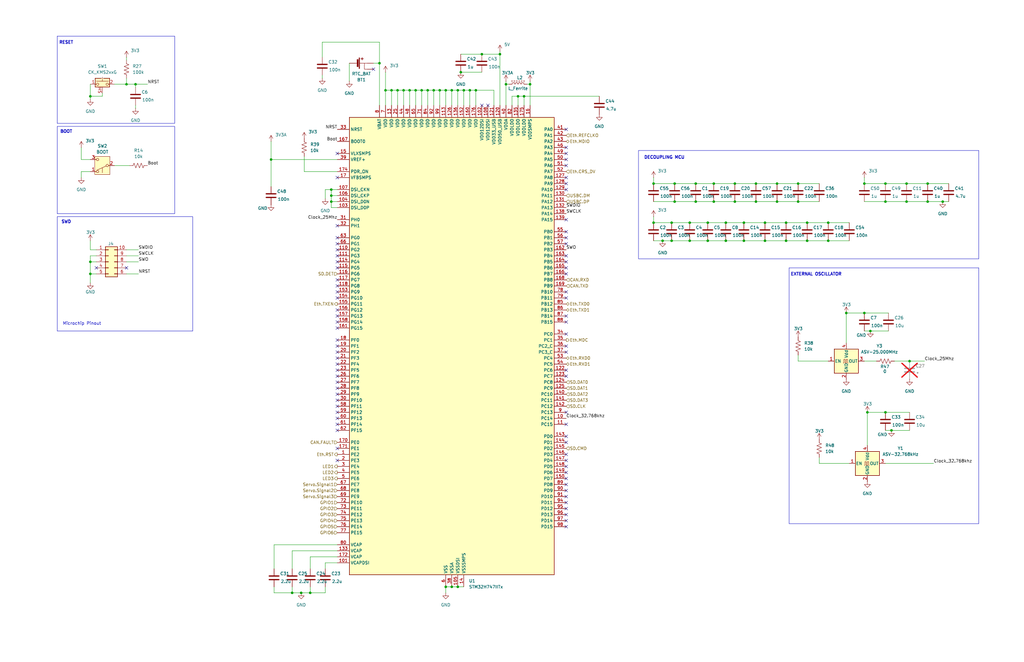
<source format=kicad_sch>
(kicad_sch (version 20250114) (generator "eeschema") (generator_version "9.0")
  (paper "B")
  (rectangle (start 332.74 113.03) (end 412.75 220.98))
  (rectangle (start 269.24 63.5) (end 412.75 109.22))
  (rectangle (start 24.13 53.34) (end 73.66 90.17))
  (rectangle (start 24.13 91.44) (end 81.28 139.7))
  (rectangle (start 24.13 15.24) (end 73.66 52.07))
  (text "BOOT\n" (at 27.94 55.626 0) (effects (font (size 1.27 1.27) (thickness 0.254) (bold yes))))
  (text "EXTERNAL OSCILLATOR" (at 344.17 115.824 0) (effects (font (size 1.27 1.27) (thickness 0.254) (bold yes))))
  (text "RESET\n" (at 27.94 18.034 0) (effects (font (size 1.27 1.27) (thickness 0.254) (bold yes))))
  (text "SWD" (at 27.94 93.726 0) (effects (font (size 1.27 1.27) (thickness 0.254) (bold yes))))
  (text "DECOUPLING MCU" (at 280.162 66.548 0) (effects (font (size 1.27 1.27) (thickness 0.254) (bold yes))))
  (text "Microchip Pinout" (at 34.544 136.652 0) (effects (font (size 1.27 1.27))))
  (junction (at 130.81 250.19))
  (junction (at 382.27 77.47))
  (junction (at 336.55 77.47))
  (junction (at 275.59 93.98))
  (junction (at 327.66 77.47))
  (junction (at 57.15 35.56))
  (junction (at 391.16 85.09))
  (junction (at 190.5 247.65))
  (junction (at 293.37 77.47))
  (junction (at 298.45 101.6))
  (junction (at 293.37 85.09))
  (junction (at 193.04 247.65))
  (junction (at 185.42 38.1))
  (junction (at 300.99 77.47))
  (junction (at 123.19 250.19))
  (junction (at 194.31 30.48))
  (junction (at 38.1 115.57))
  (junction (at 306.07 93.98))
  (junction (at 195.58 38.1))
  (junction (at 309.88 85.09))
  (junction (at 290.83 101.6))
  (junction (at 327.66 85.09))
  (junction (at 331.47 93.98))
  (junction (at 170.18 38.1))
  (junction (at 318.77 77.47))
  (junction (at 349.25 93.98))
  (junction (at 331.47 101.6))
  (junction (at 139.7 80.01))
  (junction (at 160.02 26.67))
  (junction (at 38.1 40.64))
  (junction (at 365.76 173.99))
  (junction (at 306.07 101.6))
  (junction (at 177.8 38.1))
  (junction (at 190.5 38.1))
  (junction (at 340.36 101.6))
  (junction (at 218.44 40.64))
  (junction (at 298.45 93.98))
  (junction (at 382.27 85.09))
  (junction (at 300.99 85.09))
  (junction (at 364.49 132.08))
  (junction (at 187.96 247.65))
  (junction (at 373.38 173.99))
  (junction (at 364.49 77.47))
  (junction (at 356.87 132.08))
  (junction (at 198.12 38.1))
  (junction (at 367.03 139.7))
  (junction (at 373.38 85.09))
  (junction (at 175.26 38.1))
  (junction (at 336.55 85.09))
  (junction (at 162.56 38.1))
  (junction (at 349.25 101.6))
  (junction (at 279.4 101.6))
  (junction (at 375.92 181.61))
  (junction (at 290.83 93.98))
  (junction (at 53.34 35.56))
  (junction (at 284.48 85.09))
  (junction (at 213.36 35.56))
  (junction (at 193.04 38.1))
  (junction (at 275.59 77.47))
  (junction (at 283.21 93.98))
  (junction (at 200.66 38.1))
  (junction (at 283.21 101.6))
  (junction (at 284.48 77.47))
  (junction (at 223.52 35.56))
  (junction (at 187.96 38.1))
  (junction (at 38.1 110.49))
  (junction (at 373.38 77.47))
  (junction (at 180.34 38.1))
  (junction (at 313.69 101.6))
  (junction (at 165.1 38.1))
  (junction (at 127 250.19))
  (junction (at 139.7 85.09))
  (junction (at 172.72 38.1))
  (junction (at 397.51 85.09))
  (junction (at 203.2 22.86))
  (junction (at 167.64 38.1))
  (junction (at 322.58 101.6))
  (junction (at 383.54 152.4))
  (junction (at 340.36 93.98))
  (junction (at 322.58 93.98))
  (junction (at 313.69 93.98))
  (junction (at 182.88 38.1))
  (junction (at 220.98 40.64))
  (junction (at 318.77 85.09))
  (junction (at 114.3 67.31))
  (junction (at 309.88 77.47))
  (junction (at 210.82 22.86))
  (junction (at 391.16 77.47))
  (junction (at 139.7 82.55))
  (no_connect (at 142.24 135.89))
  (no_connect (at 238.76 113.03))
  (no_connect (at 238.76 69.85))
  (no_connect (at 238.76 148.59))
  (no_connect (at 238.76 77.47))
  (no_connect (at 53.34 113.03))
  (no_connect (at 142.24 181.61))
  (no_connect (at 238.76 158.75))
  (no_connect (at 238.76 156.21))
  (no_connect (at 238.76 97.79))
  (no_connect (at 238.76 74.93))
  (no_connect (at 142.24 123.19))
  (no_connect (at 238.76 110.49))
  (no_connect (at 142.24 171.45))
  (no_connect (at 142.24 176.53))
  (no_connect (at 238.76 133.35))
  (no_connect (at 238.76 80.01))
  (no_connect (at 142.24 179.07))
  (no_connect (at 142.24 130.81))
  (no_connect (at 205.74 44.45))
  (no_connect (at 238.76 194.31))
  (no_connect (at 238.76 207.01))
  (no_connect (at 142.24 146.05))
  (no_connect (at 238.76 212.09))
  (no_connect (at 142.24 110.49))
  (no_connect (at 142.24 151.13))
  (no_connect (at 40.64 113.03))
  (no_connect (at 238.76 123.19))
  (no_connect (at 142.24 113.03))
  (no_connect (at 142.24 133.35))
  (no_connect (at 142.24 153.67))
  (no_connect (at 142.24 158.75))
  (no_connect (at 238.76 140.97))
  (no_connect (at 238.76 191.77))
  (no_connect (at 238.76 209.55))
  (no_connect (at 142.24 138.43))
  (no_connect (at 238.76 204.47))
  (no_connect (at 238.76 214.63))
  (no_connect (at 142.24 120.65))
  (no_connect (at 142.24 194.31))
  (no_connect (at 238.76 67.31))
  (no_connect (at 238.76 125.73))
  (no_connect (at 142.24 100.33))
  (no_connect (at 238.76 92.71))
  (no_connect (at 142.24 156.21))
  (no_connect (at 142.24 105.41))
  (no_connect (at 142.24 143.51))
  (no_connect (at 238.76 107.95))
  (no_connect (at 238.76 179.07))
  (no_connect (at 142.24 107.95))
  (no_connect (at 238.76 54.61))
  (no_connect (at 238.76 222.25))
  (no_connect (at 238.76 217.17))
  (no_connect (at 238.76 173.99))
  (no_connect (at 238.76 115.57))
  (no_connect (at 238.76 219.71))
  (no_connect (at 142.24 161.29))
  (no_connect (at 142.24 163.83))
  (no_connect (at 238.76 135.89))
  (no_connect (at 142.24 118.11))
  (no_connect (at 238.76 62.23))
  (no_connect (at 142.24 173.99))
  (no_connect (at 142.24 189.23))
  (no_connect (at 203.2 44.45))
  (no_connect (at 238.76 100.33))
  (no_connect (at 142.24 125.73))
  (no_connect (at 142.24 148.59))
  (no_connect (at 238.76 64.77))
  (no_connect (at 157.48 29.21))
  (no_connect (at 142.24 64.77))
  (no_connect (at 142.24 95.25))
  (no_connect (at 142.24 74.93))
  (no_connect (at 238.76 199.39))
  (no_connect (at 238.76 201.93))
  (no_connect (at 238.76 184.15))
  (no_connect (at 142.24 102.87))
  (no_connect (at 238.76 146.05))
  (no_connect (at 238.76 186.69))
  (no_connect (at 238.76 196.85))
  (no_connect (at 238.76 102.87))
  (no_connect (at 142.24 168.91))
  (no_connect (at 142.24 166.37))
  (wire (pts (xy 123.19 232.41) (xy 142.24 232.41)))
  (wire (pts (xy 130.81 250.19) (xy 137.16 250.19)))
  (wire (pts (xy 349.25 93.98) (xy 358.14 93.98)))
  (wire (pts (xy 306.07 101.6) (xy 298.45 101.6)))
  (wire (pts (xy 57.15 44.45) (xy 57.15 45.72)))
  (wire (pts (xy 182.88 38.1) (xy 182.88 44.45)))
  (wire (pts (xy 137.16 83.82) (xy 137.16 80.01)))
  (wire (pts (xy 336.55 77.47) (xy 345.44 77.47)))
  (wire (pts (xy 128.27 66.04) (xy 128.27 72.39)))
  (wire (pts (xy 200.66 38.1) (xy 198.12 38.1)))
  (wire (pts (xy 165.1 38.1) (xy 165.1 44.45)))
  (wire (pts (xy 220.98 40.64) (xy 220.98 44.45)))
  (wire (pts (xy 313.69 101.6) (xy 322.58 101.6)))
  (wire (pts (xy 43.18 39.37) (xy 43.18 40.64)))
  (wire (pts (xy 336.55 149.86) (xy 336.55 152.4)))
  (wire (pts (xy 165.1 38.1) (xy 162.56 38.1)))
  (wire (pts (xy 331.47 101.6) (xy 340.36 101.6)))
  (wire (pts (xy 38.1 107.95) (xy 40.64 107.95)))
  (wire (pts (xy 38.1 107.95) (xy 38.1 110.49)))
  (wire (pts (xy 142.24 80.01) (xy 139.7 80.01)))
  (wire (pts (xy 187.96 38.1) (xy 187.96 44.45)))
  (wire (pts (xy 162.56 30.48) (xy 162.56 38.1)))
  (wire (pts (xy 331.47 93.98) (xy 340.36 93.98)))
  (wire (pts (xy 322.58 93.98) (xy 331.47 93.98)))
  (wire (pts (xy 210.82 21.59) (xy 210.82 22.86)))
  (wire (pts (xy 356.87 132.08) (xy 364.49 132.08)))
  (wire (pts (xy 53.34 33.02) (xy 53.34 35.56)))
  (wire (pts (xy 397.51 85.09) (xy 400.05 85.09)))
  (wire (pts (xy 345.44 195.58) (xy 358.14 195.58)))
  (wire (pts (xy 284.48 77.47) (xy 293.37 77.47)))
  (wire (pts (xy 318.77 77.47) (xy 327.66 77.47)))
  (wire (pts (xy 53.34 24.13) (xy 53.34 25.4)))
  (wire (pts (xy 195.58 38.1) (xy 195.58 44.45)))
  (wire (pts (xy 115.57 247.65) (xy 115.57 250.19)))
  (wire (pts (xy 123.19 240.03) (xy 123.19 232.41)))
  (wire (pts (xy 139.7 80.01) (xy 139.7 82.55)))
  (wire (pts (xy 203.2 22.86) (xy 210.82 22.86)))
  (wire (pts (xy 190.5 38.1) (xy 190.5 44.45)))
  (wire (pts (xy 135.89 31.75) (xy 135.89 33.02)))
  (wire (pts (xy 373.38 77.47) (xy 364.49 77.47)))
  (wire (pts (xy 38.1 40.64) (xy 38.1 41.91)))
  (wire (pts (xy 38.1 110.49) (xy 38.1 115.57)))
  (wire (pts (xy 53.34 115.57) (xy 58.42 115.57)))
  (wire (pts (xy 373.38 173.99) (xy 383.54 173.99)))
  (wire (pts (xy 213.36 34.29) (xy 213.36 35.56)))
  (wire (pts (xy 365.76 173.99) (xy 365.76 187.96)))
  (wire (pts (xy 345.44 193.04) (xy 345.44 195.58)))
  (wire (pts (xy 48.26 35.56) (xy 53.34 35.56)))
  (wire (pts (xy 377.19 152.4) (xy 383.54 152.4)))
  (wire (pts (xy 275.59 85.09) (xy 284.48 85.09)))
  (wire (pts (xy 223.52 35.56) (xy 223.52 44.45)))
  (wire (pts (xy 187.96 247.65) (xy 190.5 247.65)))
  (wire (pts (xy 193.04 247.65) (xy 195.58 247.65)))
  (wire (pts (xy 175.26 38.1) (xy 175.26 44.45)))
  (wire (pts (xy 306.07 93.98) (xy 313.69 93.98)))
  (wire (pts (xy 298.45 93.98) (xy 306.07 93.98)))
  (wire (pts (xy 167.64 38.1) (xy 167.64 44.45)))
  (wire (pts (xy 327.66 85.09) (xy 336.55 85.09)))
  (wire (pts (xy 137.16 247.65) (xy 137.16 250.19)))
  (wire (pts (xy 162.56 38.1) (xy 162.56 44.45)))
  (wire (pts (xy 340.36 93.98) (xy 349.25 93.98)))
  (wire (pts (xy 193.04 38.1) (xy 193.04 44.45)))
  (wire (pts (xy 139.7 85.09) (xy 139.7 87.63)))
  (wire (pts (xy 139.7 85.09) (xy 142.24 85.09)))
  (wire (pts (xy 313.69 101.6) (xy 306.07 101.6)))
  (wire (pts (xy 123.19 247.65) (xy 123.19 250.19)))
  (wire (pts (xy 309.88 85.09) (xy 318.77 85.09)))
  (wire (pts (xy 185.42 38.1) (xy 182.88 38.1)))
  (wire (pts (xy 115.57 229.87) (xy 142.24 229.87)))
  (wire (pts (xy 275.59 77.47) (xy 284.48 77.47)))
  (wire (pts (xy 135.89 17.78) (xy 160.02 17.78)))
  (wire (pts (xy 223.52 34.29) (xy 223.52 35.56)))
  (wire (pts (xy 364.49 132.08) (xy 374.65 132.08)))
  (wire (pts (xy 34.29 72.39) (xy 34.29 74.93)))
  (wire (pts (xy 364.49 152.4) (xy 369.57 152.4)))
  (wire (pts (xy 382.27 77.47) (xy 373.38 77.47)))
  (wire (pts (xy 187.96 38.1) (xy 185.42 38.1)))
  (wire (pts (xy 38.1 101.6) (xy 38.1 105.41)))
  (wire (pts (xy 127 250.19) (xy 130.81 250.19)))
  (wire (pts (xy 160.02 26.67) (xy 160.02 44.45)))
  (wire (pts (xy 356.87 132.08) (xy 356.87 144.78)))
  (wire (pts (xy 139.7 82.55) (xy 139.7 85.09)))
  (wire (pts (xy 200.66 44.45) (xy 200.66 38.1)))
  (wire (pts (xy 382.27 85.09) (xy 391.16 85.09)))
  (wire (pts (xy 383.54 152.4) (xy 389.89 152.4)))
  (wire (pts (xy 193.04 38.1) (xy 190.5 38.1)))
  (wire (pts (xy 130.81 247.65) (xy 130.81 250.19)))
  (wire (pts (xy 331.47 101.6) (xy 322.58 101.6)))
  (wire (pts (xy 293.37 77.47) (xy 300.99 77.47)))
  (wire (pts (xy 175.26 38.1) (xy 172.72 38.1)))
  (wire (pts (xy 190.5 247.65) (xy 193.04 247.65)))
  (wire (pts (xy 309.88 77.47) (xy 318.77 77.47)))
  (wire (pts (xy 391.16 77.47) (xy 382.27 77.47)))
  (wire (pts (xy 53.34 110.49) (xy 58.42 110.49)))
  (wire (pts (xy 130.81 234.95) (xy 130.81 240.03)))
  (wire (pts (xy 139.7 87.63) (xy 142.24 87.63)))
  (wire (pts (xy 349.25 101.6) (xy 340.36 101.6)))
  (wire (pts (xy 38.1 119.38) (xy 38.1 115.57)))
  (wire (pts (xy 373.38 85.09) (xy 382.27 85.09)))
  (wire (pts (xy 283.21 101.6) (xy 279.4 101.6)))
  (wire (pts (xy 114.3 59.69) (xy 114.3 67.31)))
  (wire (pts (xy 373.38 181.61) (xy 375.92 181.61)))
  (wire (pts (xy 114.3 67.31) (xy 142.24 67.31)))
  (wire (pts (xy 293.37 85.09) (xy 300.99 85.09)))
  (wire (pts (xy 38.1 105.41) (xy 40.64 105.41)))
  (wire (pts (xy 327.66 77.47) (xy 336.55 77.47)))
  (wire (pts (xy 170.18 38.1) (xy 170.18 44.45)))
  (wire (pts (xy 336.55 85.09) (xy 345.44 85.09)))
  (wire (pts (xy 34.29 72.39) (xy 38.1 72.39)))
  (wire (pts (xy 284.48 85.09) (xy 293.37 85.09)))
  (wire (pts (xy 365.76 173.99) (xy 373.38 173.99)))
  (wire (pts (xy 48.26 69.85) (xy 54.61 69.85)))
  (wire (pts (xy 210.82 22.86) (xy 210.82 44.45)))
  (wire (pts (xy 364.49 139.7) (xy 367.03 139.7)))
  (wire (pts (xy 364.49 77.47) (xy 364.49 74.93)))
  (wire (pts (xy 373.38 195.58) (xy 393.7 195.58)))
  (wire (pts (xy 290.83 93.98) (xy 298.45 93.98)))
  (wire (pts (xy 208.28 44.45) (xy 208.28 38.1)))
  (wire (pts (xy 172.72 38.1) (xy 170.18 38.1)))
  (wire (pts (xy 38.1 110.49) (xy 40.64 110.49)))
  (wire (pts (xy 187.96 247.65) (xy 187.96 250.19)))
  (wire (pts (xy 400.05 77.47) (xy 391.16 77.47)))
  (wire (pts (xy 137.16 80.01) (xy 139.7 80.01)))
  (wire (pts (xy 218.44 40.64) (xy 218.44 44.45)))
  (wire (pts (xy 218.44 40.64) (xy 220.98 40.64)))
  (wire (pts (xy 290.83 101.6) (xy 298.45 101.6)))
  (wire (pts (xy 364.49 85.09) (xy 373.38 85.09)))
  (wire (pts (xy 177.8 38.1) (xy 175.26 38.1)))
  (wire (pts (xy 194.31 22.86) (xy 203.2 22.86)))
  (wire (pts (xy 208.28 38.1) (xy 200.66 38.1)))
  (wire (pts (xy 172.72 38.1) (xy 172.72 44.45)))
  (wire (pts (xy 123.19 250.19) (xy 127 250.19)))
  (wire (pts (xy 275.59 93.98) (xy 283.21 93.98)))
  (wire (pts (xy 283.21 93.98) (xy 290.83 93.98)))
  (wire (pts (xy 313.69 93.98) (xy 322.58 93.98)))
  (wire (pts (xy 349.25 101.6) (xy 358.14 101.6)))
  (wire (pts (xy 34.29 62.23) (xy 34.29 67.31)))
  (wire (pts (xy 290.83 101.6) (xy 283.21 101.6)))
  (wire (pts (xy 147.32 34.29) (xy 147.32 26.67)))
  (wire (pts (xy 38.1 40.64) (xy 43.18 40.64)))
  (wire (pts (xy 137.16 237.49) (xy 142.24 237.49)))
  (wire (pts (xy 198.12 38.1) (xy 198.12 44.45)))
  (wire (pts (xy 213.36 35.56) (xy 214.63 35.56)))
  (wire (pts (xy 391.16 85.09) (xy 397.51 85.09)))
  (wire (pts (xy 137.16 240.03) (xy 137.16 237.49)))
  (wire (pts (xy 215.9 44.45) (xy 215.9 40.64)))
  (wire (pts (xy 198.12 38.1) (xy 195.58 38.1)))
  (wire (pts (xy 367.03 139.7) (xy 374.65 139.7)))
  (wire (pts (xy 142.24 234.95) (xy 130.81 234.95)))
  (wire (pts (xy 57.15 35.56) (xy 62.23 35.56)))
  (wire (pts (xy 220.98 40.64) (xy 252.73 40.64)))
  (wire (pts (xy 275.59 91.44) (xy 275.59 93.98)))
  (wire (pts (xy 213.36 35.56) (xy 213.36 44.45)))
  (wire (pts (xy 38.1 35.56) (xy 38.1 40.64)))
  (wire (pts (xy 180.34 38.1) (xy 180.34 44.45)))
  (wire (pts (xy 160.02 17.78) (xy 160.02 26.67)))
  (wire (pts (xy 194.31 30.48) (xy 203.2 30.48)))
  (wire (pts (xy 115.57 250.19) (xy 123.19 250.19)))
  (wire (pts (xy 336.55 152.4) (xy 349.25 152.4)))
  (wire (pts (xy 185.42 38.1) (xy 185.42 44.45)))
  (wire (pts (xy 38.1 67.31) (xy 34.29 67.31)))
  (wire (pts (xy 195.58 38.1) (xy 193.04 38.1)))
  (wire (pts (xy 190.5 38.1) (xy 187.96 38.1)))
  (wire (pts (xy 275.59 101.6) (xy 279.4 101.6)))
  (wire (pts (xy 114.3 78.74) (xy 114.3 67.31)))
  (wire (pts (xy 177.8 38.1) (xy 177.8 44.45)))
  (wire (pts (xy 139.7 82.55) (xy 142.24 82.55)))
  (wire (pts (xy 135.89 24.13) (xy 135.89 17.78)))
  (wire (pts (xy 58.42 105.41) (xy 53.34 105.41)))
  (wire (pts (xy 182.88 38.1) (xy 180.34 38.1)))
  (wire (pts (xy 170.18 38.1) (xy 167.64 38.1)))
  (wire (pts (xy 167.64 38.1) (xy 165.1 38.1)))
  (wire (pts (xy 53.34 35.56) (xy 57.15 35.56)))
  (wire (pts (xy 300.99 77.47) (xy 309.88 77.47)))
  (wire (pts (xy 180.34 38.1) (xy 177.8 38.1)))
  (wire (pts (xy 115.57 240.03) (xy 115.57 229.87)))
  (wire (pts (xy 300.99 85.09) (xy 309.88 85.09)))
  (wire (pts (xy 157.48 26.67) (xy 160.02 26.67)))
  (wire (pts (xy 53.34 107.95) (xy 58.42 107.95)))
  (wire (pts (xy 215.9 40.64) (xy 218.44 40.64)))
  (wire (pts (xy 128.27 72.39) (xy 142.24 72.39)))
  (wire (pts (xy 38.1 115.57) (xy 40.64 115.57)))
  (wire (pts (xy 57.15 35.56) (xy 57.15 36.83)))
  (wire (pts (xy 275.59 74.93) (xy 275.59 77.47)))
  (wire (pts (xy 375.92 181.61) (xy 383.54 181.61)))
  (wire (pts (xy 222.25 35.56) (xy 223.52 35.56)))
  (wire (pts (xy 318.77 85.09) (xy 327.66 85.09)))
  (label "SWDIO" (at 238.76 87.63 0))
  (label "SWCLK" (at 58.42 107.95 0))
  (label "SWDIO" (at 58.42 105.41 0))
  (label "SWO" (at 58.42 110.49 0))
  (label "Clock_25Mhz" (at 389.89 152.4 0))
  (label "NRST" (at 142.24 54.61 180))
  (label "Clock_25Mhz" (at 142.24 92.71 180))
  (label "SWCLK" (at 238.76 90.17 0))
  (label "NRST" (at 58.42 115.57 0))
  (label "Clock_32.768khz" (at 393.7 195.58 0))
  (label "Boot" (at 62.23 69.85 0))
  (label "SWO" (at 238.76 105.41 0))
  (label "NRST" (at 62.23 35.56 0))
  (label "Boot" (at 142.24 59.69 180))
  (label "Clock_32.768khz" (at 238.76 176.53 0))
  (hierarchical_label "Servo.Signal2" (shape input) (at 142.24 207.01 180))
  (hierarchical_label "SD.DAT1" (shape input) (at 238.76 163.83 0))
  (hierarchical_label "SD.DAT2" (shape input) (at 238.76 166.37 0))
  (hierarchical_label "Servo.Signal1" (shape input) (at 142.24 204.47 180))
  (hierarchical_label "Eth.MDIO" (shape bidirectional) (at 238.76 59.69 0))
  (hierarchical_label "LED1" (shape output) (at 142.24 196.85 180))
  (hierarchical_label "Eth.TXD0" (shape bidirectional) (at 238.76 128.27 0))
  (hierarchical_label "GPIO4" (shape input) (at 142.24 219.71 180))
  (hierarchical_label "Eth.RST" (shape output) (at 142.24 191.77 180))
  (hierarchical_label "Servo.Signal3" (shape input) (at 142.24 209.55 180))
  (hierarchical_label "CAN.FAULT" (shape input) (at 142.24 186.69 180))
  (hierarchical_label "SD.DAT3" (shape input) (at 238.76 168.91 0))
  (hierarchical_label "Eth.REFCLKO" (shape input) (at 238.76 57.15 0))
  (hierarchical_label "SD.CMD" (shape input) (at 238.76 189.23 0))
  (hierarchical_label "SD.DET" (shape input) (at 142.24 115.57 180))
  (hierarchical_label "Eth.RXD0" (shape bidirectional) (at 238.76 151.13 0))
  (hierarchical_label "USBC.DM" (shape input) (at 238.76 82.55 0))
  (hierarchical_label "GPIO5" (shape input) (at 142.24 222.25 180))
  (hierarchical_label "USBC.DP" (shape input) (at 238.76 85.09 0))
  (hierarchical_label "Eth.TXEN" (shape output) (at 142.24 128.27 180))
  (hierarchical_label "SD.DAT0" (shape input) (at 238.76 161.29 0))
  (hierarchical_label "GPIO6" (shape input) (at 142.24 224.79 180))
  (hierarchical_label "Eth.RXD1" (shape bidirectional) (at 238.76 153.67 0))
  (hierarchical_label "CAN.RXD" (shape input) (at 238.76 118.11 0))
  (hierarchical_label "GPIO1" (shape input) (at 142.24 212.09 180))
  (hierarchical_label "Eth.MDC" (shape output) (at 238.76 143.51 0))
  (hierarchical_label "SD.CLK" (shape input) (at 238.76 171.45 0))
  (hierarchical_label "LED3" (shape output) (at 142.24 201.93 180))
  (hierarchical_label "LED2" (shape output) (at 142.24 199.39 180))
  (hierarchical_label "Eth.CRS_DV" (shape input) (at 238.76 72.39 0))
  (hierarchical_label "GPIO2" (shape input) (at 142.24 214.63 180))
  (hierarchical_label "Eth.TXD1" (shape bidirectional) (at 238.76 130.81 0))
  (hierarchical_label "GPIO3" (shape input) (at 142.24 217.17 180))
  (hierarchical_label "CAN.TXD" (shape input) (at 238.76 120.65 0))
  (symbol (lib_id "power:+3.3V") (at 210.82 21.59 0) (unit 1)
    (property "Reference" "#PWR062" (effects (hide yes)))
    (property "Value" "5V" (at 212.598 18.796 0) (effects (justify left)))
    (property "Description" "Power symbol creates a global label with name \"+3.3V\"" (effects (hide yes)))
  )
  (symbol (lib_id "Device:C") (at 391.16 81.28 0) (unit 1)
    (property "Reference" "C40" (at 393.7 79.502 0) (effects (justify left)))
    (property "Value" "1u" (at 393.954 82.804 0) (effects (justify left)))
    (property "Footprint" "Capacitor_SMD:C_0603_1608Metric" (effects (hide yes)))
    (property "Description" "Unpolarized capacitor" (effects (hide yes)))
  )
  (symbol (lib_id "Device:C") (at 252.73 44.45 0) (unit 1)
    (property "Reference" "C44" (at 255.27 42.672 0) (effects (justify left)))
    (property "Value" "4.7u" (at 255.524 45.974 0) (effects (justify left)))
    (property "Footprint" "Capacitor_SMD:C_0603_1608Metric" (effects (hide yes)))
    (property "Description" "Unpolarized capacitor" (effects (hide yes)))
  )
  (symbol (lib_id "Device:C") (at 327.66 81.28 0) (unit 1)
    (property "Reference" "C21" (at 330.2 79.502 0) (effects (justify left)))
    (property "Value" "100n" (at 330.454 82.804 0) (effects (justify left)))
    (property "Footprint" "Capacitor_SMD:C_0603_1608Metric_Pad1.08x0.95mm_HandSolder" (effects (hide yes)))
    (property "Description" "Unpolarized capacitor" (effects (hide yes)))
  )
  (symbol (lib_id "power:GND") (at 356.87 160.02 0) (unit 1)
    (property "Reference" "#PWR051" (effects (hide yes)))
    (property "Value" "GND" (at 356.87 165.1 0))
    (property "Description" "Power symbol creates a global label with name \"GND\" , ground" (effects (hide yes)))
  )
  (symbol (lib_id "Device:C") (at 300.99 81.28 0) (unit 1)
    (property "Reference" "C19" (at 303.53 79.502 0) (effects (justify left)))
    (property "Value" "100n" (at 303.784 82.804 0) (effects (justify left)))
    (property "Footprint" "Capacitor_SMD:C_0402_1005Metric" (effects (hide yes)))
    (property "Description" "Unpolarized capacitor" (effects (hide yes)))
  )
  (symbol (lib_id "power:+3.3V") (at 128.27 58.42 0) (unit 1)
    (property "Reference" "#PWR050" (effects (hide yes)))
    (property "Value" "3V3" (at 130.048 55.626 0) (effects (justify left)))
    (property "Description" "Power symbol creates a global label with name \"+3.3V\"" (effects (hide yes)))
  )
  (symbol (lib_id "power:+3.3V") (at 364.49 74.93 0) (unit 1)
    (property "Reference" "#PWR019" (effects (hide yes)))
    (property "Value" "3V3" (at 366.268 72.136 0) (effects (justify left)))
    (property "Description" "Power symbol creates a global label with name \"+3.3V\"" (effects (hide yes)))
  )
  (symbol (lib_id "power:+3.3V") (at 213.36 34.29 0) (unit 1)
    (property "Reference" "#PWR058" (effects (hide yes)))
    (property "Value" "3V3A" (at 211.582 30.734 0) (effects (justify left)))
    (property "Description" "Power symbol creates a global label with name \"+3.3V\"" (effects (hide yes)))
  )
  (symbol (lib_id "power:GND") (at 147.32 34.29 0) (unit 1)
    (property "Reference" "#PWR049" (effects (hide yes)))
    (property "Value" "GND" (at 147.32 39.37 0))
    (property "Description" "Power symbol creates a global label with name \"GND\" , ground" (effects (hide yes)))
  )
  (symbol (lib_id "Device:C") (at 374.65 135.89 0) (unit 1)
    (property "Reference" "C26" (at 377.19 134.112 0) (effects (justify left)))
    (property "Value" "10u" (at 377.444 137.414 0) (effects (justify left)))
    (property "Footprint" "Capacitor_SMD:C_0402_1005Metric" (effects (hide yes)))
    (property "Description" "Unpolarized capacitor" (effects (hide yes)))
  )
  (symbol (lib_id "power:GND") (at 127 250.19 0) (unit 1)
    (property "Reference" "#PWR044" (effects (hide yes)))
    (property "Value" "GND" (at 127 255.27 0))
    (property "Description" "Power symbol creates a global label with name \"GND\" , ground" (effects (hide yes)))
  )
  (symbol (lib_id "Device:C") (at 123.19 243.84 0) (unit 1)
    (property "Reference" "C25" (at 125.73 242.062 0) (effects (justify left)))
    (property "Value" "2.2u" (at 125.984 245.364 0) (effects (justify left)))
    (property "Footprint" "Capacitor_SMD:C_0603_1608Metric" (effects (hide yes)))
    (property "Description" "Unpolarized capacitor" (effects (hide yes)))
  )
  (symbol (lib_id "power:GND") (at 383.54 160.02 0) (unit 1)
    (property "Reference" "#PWR091" (effects (hide yes)))
    (property "Value" "GND" (at 383.54 165.1 0))
    (property "Description" "Power symbol creates a global label with name \"GND\" , ground" (effects (hide yes)))
  )
  (symbol (lib_id "power:+3.3V") (at 275.59 74.93 0) (unit 1)
    (property "Reference" "#PWR060" (effects (hide yes)))
    (property "Value" "3V3" (at 277.368 72.136 0) (effects (justify left)))
    (property "Description" "Power symbol creates a global label with name \"+3.3V\"" (effects (hide yes)))
  )
  (symbol (lib_id "Device:C") (at 137.16 243.84 0) (unit 1)
    (property "Reference" "C23" (at 139.7 242.062 0) (effects (justify left)))
    (property "Value" "2.2u" (at 139.954 245.364 0) (effects (justify left)))
    (property "Footprint" "Capacitor_SMD:C_0603_1608Metric" (effects (hide yes)))
    (property "Description" "Unpolarized capacitor" (effects (hide yes)))
  )
  (symbol (lib_id "Device:C") (at 340.36 97.79 0) (unit 1)
    (property "Reference" "C17" (at 342.9 96.012 0) (effects (justify left)))
    (property "Value" "100n" (at 343.154 99.314 0) (effects (justify left)))
    (property "Footprint" "Capacitor_SMD:C_0402_1005Metric" (effects (hide yes)))
    (property "Description" "Unpolarized capacitor" (effects (hide yes)))
  )
  (symbol (lib_id "power:GND") (at 187.96 250.19 0) (unit 1)
    (property "Reference" "#PWR046" (effects (hide yes)))
    (property "Value" "GND" (at 187.96 255.27 0))
    (property "Description" "Power symbol creates a global label with name \"GND\" , ground" (effects (hide yes)))
  )
  (symbol (lib_id "Device:R_US") (at 58.42 69.85 90) (unit 1)
    (property "Reference" "R14" (at 58.42 63.5 90))
    (property "Value" "10k" (at 58.42 66.04 90))
    (property "Footprint" "Resistor_SMD:R_0603_1608Metric_Pad0.98x0.95mm_HandSolder" (effects (hide yes)))
    (property "Description" "Resistor, US symbol" (effects (hide yes)))
  )
  (symbol (lib_id "power:+3.3V") (at 356.87 132.08 0) (unit 1)
    (property "Reference" "#PWR084" (effects (hide yes)))
    (property "Value" "3V3" (at 355.092 128.524 0) (effects (justify left)))
    (property "Description" "Power symbol creates a global label with name \"+3.3V\"" (effects (hide yes)))
  )
  (symbol (lib_id "Device:C") (at 298.45 97.79 0) (unit 1)
    (property "Reference" "C5" (at 300.99 96.012 0) (effects (justify left)))
    (property "Value" "100n" (at 301.244 99.314 0) (effects (justify left)))
    (property "Footprint" "Capacitor_SMD:C_0402_1005Metric" (effects (hide yes)))
    (property "Description" "Unpolarized capacitor" (effects (hide yes)))
  )
  (symbol (lib_id "power:+3.3V") (at 365.76 173.99 0) (unit 1)
    (property "Reference" "#PWR048" (effects (hide yes)))
    (property "Value" "3V3" (at 363.982 170.434 0) (effects (justify left)))
    (property "Description" "Power symbol creates a global label with name \"+3.3V\"" (effects (hide yes)))
  )
  (symbol (lib_id "power:GND") (at 397.51 85.09 0) (unit 1)
    (property "Reference" "#PWR055" (effects (hide yes)))
    (property "Value" "GND" (at 397.51 90.17 0))
    (property "Description" "Power symbol creates a global label with name \"GND\" , ground" (effects (hide yes)))
  )
  (symbol (lib_id "Device:C") (at 322.58 97.79 0) (unit 1)
    (property "Reference" "C15" (at 325.12 96.012 0) (effects (justify left)))
    (property "Value" "100n" (at 325.374 99.314 0) (effects (justify left)))
    (property "Footprint" "Capacitor_SMD:C_0402_1005Metric" (effects (hide yes)))
    (property "Description" "Unpolarized capacitor" (effects (hide yes)))
  )
  (symbol (lib_id "Device:C") (at 306.07 97.79 0) (unit 1)
    (property "Reference" "C8" (at 308.61 96.012 0) (effects (justify left)))
    (property "Value" "100n" (at 308.864 99.314 0) (effects (justify left)))
    (property "Footprint" "Capacitor_SMD:C_0402_1005Metric" (effects (hide yes)))
    (property "Description" "Unpolarized capacitor" (effects (hide yes)))
  )
  (symbol (lib_id "Device:C") (at 345.44 81.28 0) (unit 1)
    (property "Reference" "C36" (at 347.98 79.502 0) (effects (justify left)))
    (property "Value" "100n" (at 348.234 82.804 0) (effects (justify left)))
    (property "Footprint" "Capacitor_SMD:C_0603_1608Metric" (effects (hide yes)))
    (property "Description" "Unpolarized capacitor" (effects (hide yes)))
  )
  (symbol (lib_id "Device:C") (at 349.25 97.79 0) (unit 1)
    (property "Reference" "C18" (at 351.79 96.012 0) (effects (justify left)))
    (property "Value" "100n" (at 352.044 99.314 0) (effects (justify left)))
    (property "Footprint" "Capacitor_SMD:C_0402_1005Metric" (effects (hide yes)))
    (property "Description" "Unpolarized capacitor" (effects (hide yes)))
  )
  (symbol (lib_id "Oscillator:ASV-xxxMHz") (at 356.87 152.4 0) (unit 1)
    (property "Reference" "Y3" (at 370.84 145.9798 0))
    (property "Value" "ASV-25.000MHz" (at 370.84 148.5198 0))
    (property "Footprint" "Oscillator:Oscillator_SMD_Abracon_ASV-4Pin_7.0x5.1mm" (effects (hide yes)))
    (property "Datasheet" "http://www.abracon.com/Oscillators/ASV.pdf" (effects (hide yes)))
    (property "Description" "3.3V HCMOS SMD Crystal Clock Oscillator, Abracon - https://www.digikey.ca/en/products/detail/abracon-llc/ASV-25-000MHZ-EJ-T/675514" (effects (hide yes)))
  )
  (symbol (lib_id "power:GND") (at 38.1 119.38 0) (unit 1)
    (property "Reference" "#PWR071" (effects (hide yes)))
    (property "Value" "GND" (at 38.1 123.19 0))
    (property "Description" "Power symbol creates a global label with name \"GND\" , ground" (effects (hide yes)))
  )
  (symbol (lib_id "Device:L_Ferrite") (at 218.44 35.56 90) (unit 1)
    (property "Reference" "L2" (at 219.202 32.766 90))
    (property "Value" "L_Ferrite" (at 218.44 37.338 90))
    (property "Description" "Inductor with ferrite core" (effects (hide yes)))
  )
  (symbol (lib_id "Device:C") (at 283.21 97.79 0) (unit 1)
    (property "Reference" "C3" (at 285.75 96.012 0) (effects (justify left)))
    (property "Value" "100n" (at 286.004 99.314 0) (effects (justify left)))
    (property "Footprint" "Capacitor_SMD:C_0402_1005Metric" (effects (hide yes)))
    (property "Description" "Unpolarized capacitor" (effects (hide yes)))
  )
  (symbol (lib_id "Connector_Generic:Conn_02x05_Counter_Clockwise") (at 45.72 110.49 0) (unit 1)
    (property "Reference" "J4" (at 46.736 102.87 0))
    (property "Value" "Conn_02x05_Counter_Clockwise" (effects (hide yes)))
    (property "Description" "Generic connector, double row, 02x05, counter clockwise pin numbering scheme (similar to DIP package numbering), script generated (kicad-library-utils/schlib/autogen/connector/)" (effects (hide yes)))
  )
  (symbol (lib_id "power:+3.3V") (at 345.44 185.42 0) (unit 1)
    (property "Reference" "#PWR094" (effects (hide yes)))
    (property "Value" "3V3" (at 343.662 181.864 0) (effects (justify left)))
    (property "Description" "Power symbol creates a global label with name \"+3.3V\"" (effects (hide yes)))
  )
  (symbol (lib_id "Device:C") (at 383.54 177.8 0) (unit 1)
    (property "Reference" "C34" (at 386.08 176.022 0) (effects (justify left)))
    (property "Value" "10u" (at 386.334 179.324 0) (effects (justify left)))
    (property "Footprint" "Capacitor_SMD:C_0402_1005Metric" (effects (hide yes)))
    (property "Description" "Unpolarized capacitor" (effects (hide yes)))
  )
  (symbol (lib_id "MCU_ST_STM32H7:STM32H747IITx") (at 190.5 146.05 0) (unit 1)
    (property "Reference" "U1" (at 197.7233 245.11 0) (effects (justify left)))
    (property "Value" "STM32H747IITx" (at 197.7233 247.65 0) (effects (justify left)))
    (property "Footprint" "Package_QFP:LQFP-176_24x24mm_P0.5mm" (effects (hide yes)))
    (property "Datasheet" "https://www.st.com/resource/en/datasheet/stm32h747ii.pdf" (effects (hide yes)))
    (property "Description" "STMicroelectronics Arm Cortex-M7 MCU, 2048KB flash, 1024KB RAM, 480 MHz, 1.62-3.6V, 114 GPIO, LQFP176" (effects (hide yes)))
  )
  (symbol (lib_id "Device:C") (at 293.37 81.28 0) (unit 1)
    (property "Reference" "C1" (at 295.91 79.502 0) (effects (justify left)))
    (property "Value" "100n" (at 296.164 82.804 0) (effects (justify left)))
    (property "Footprint" "Capacitor_SMD:C_0402_1005Metric" (effects (hide yes)))
    (property "Description" "Unpolarized capacitor" (effects (hide yes)))
  )
  (symbol (lib_id "power:GND") (at 114.3 86.36 0) (unit 1)
    (property "Reference" "#PWR059" (effects (hide yes)))
    (property "Value" "GND" (at 110.744 87.884 0))
    (property "Description" "Power symbol creates a global label with name \"GND\" , ground" (effects (hide yes)))
  )
  (symbol (lib_id "Device:R_US") (at 53.34 29.21 0) (unit 1)
    (property "Reference" "R27" (at 55.88 27.9399 0) (effects (justify left)))
    (property "Value" "100k" (at 55.88 30.4799 0) (effects (justify left)))
    (property "Footprint" "Resistor_SMD:R_0603_1608Metric_Pad0.98x0.95mm_HandSolder" (effects (hide yes)))
    (property "Description" "Resistor, US symbol" (effects (hide yes)))
  )
  (symbol (lib_id "Device:R_US") (at 345.44 189.23 0) (unit 1)
    (property "Reference" "R48" (at 347.98 187.9599 0) (effects (justify left)))
    (property "Value" "10k" (at 347.98 190.4999 0) (effects (justify left)))
    (property "Footprint" "Resistor_SMD:R_0603_1608Metric_Pad0.98x0.95mm_HandSolder" (effects (hide yes)))
    (property "Description" "Resistor, US symbol" (effects (hide yes)))
  )
  (symbol (lib_id "Device:C") (at 400.05 81.28 0) (unit 1)
    (property "Reference" "C41" (at 402.59 79.502 0) (effects (justify left)))
    (property "Value" "4.7u" (at 402.844 82.804 0) (effects (justify left)))
    (property "Footprint" "Capacitor_SMD:C_0603_1608Metric" (effects (hide yes)))
    (property "Description" "Unpolarized capacitor" (effects (hide yes)))
  )
  (symbol (lib_id "power:GND") (at 252.73 48.26 0) (unit 1)
    (property "Reference" "#PWR057" (effects (hide yes)))
    (property "Value" "GND" (at 252.73 53.34 0))
    (property "Description" "Power symbol creates a global label with name \"GND\" , ground" (effects (hide yes)))
  )
  (symbol (lib_id "power:GND") (at 279.4 101.6 0) (unit 1)
    (property "Reference" "#PWR040" (effects (hide yes)))
    (property "Value" "GND" (at 279.4 106.68 0))
    (property "Description" "Power symbol creates a global label with name \"GND\" , ground" (effects (hide yes)))
  )
  (symbol (lib_id "power:+3.3V") (at 162.56 30.48 0) (unit 1)
    (property "Reference" "#PWR01" (effects (hide yes)))
    (property "Value" "3V3" (at 164.338 27.686 0) (effects (justify left)))
    (property "Description" "Power symbol creates a global label with name \"+3.3V\"" (effects (hide yes)))
  )
  (symbol (lib_id "Device:C") (at 364.49 81.28 0) (unit 1)
    (property "Reference" "C50" (at 367.03 79.502 0) (effects (justify left)))
    (property "Value" "1u" (at 367.284 82.804 0) (effects (justify left)))
    (property "Footprint" "Capacitor_SMD:C_0603_1608Metric" (effects (hide yes)))
    (property "Description" "Unpolarized capacitor" (effects (hide yes)))
  )
  (symbol (lib_id "power:+3.3V") (at 114.3 59.69 0) (unit 1)
    (property "Reference" "#PWR043" (effects (hide yes)))
    (property "Value" "3V3A" (at 116.078 56.896 0) (effects (justify left)))
    (property "Description" "Power symbol creates a global label with name \"+3.3V\"" (effects (hide yes)))
  )
  (symbol (lib_id "power:+3.3V") (at 53.34 24.13 0) (unit 1)
    (property "Reference" "#PWR05" (effects (hide yes)))
    (property "Value" "3V3" (at 55.118 21.336 0) (effects (justify left)))
    (property "Description" "Power symbol creates a global label with name \"+3.3V\"" (effects (hide yes)))
  )
  (symbol (lib_id "Device:C") (at 290.83 97.79 0) (unit 1)
    (property "Reference" "C4" (at 293.37 96.012 0) (effects (justify left)))
    (property "Value" "100n" (at 293.624 99.314 0) (effects (justify left)))
    (property "Footprint" "Capacitor_SMD:C_0402_1005Metric" (effects (hide yes)))
    (property "Description" "Unpolarized capacitor" (effects (hide yes)))
  )
  (symbol (lib_id "Device:C") (at 114.3 82.55 0) (unit 1)
    (property "Reference" "C48" (at 116.84 80.772 0) (effects (justify left)))
    (property "Value" "100n" (at 117.094 84.074 0) (effects (justify left)))
    (property "Footprint" "Capacitor_SMD:C_0603_1608Metric_Pad1.08x0.95mm_HandSolder" (effects (hide yes)))
    (property "Description" "Unpolarized capacitor" (effects (hide yes)))
  )
  (symbol (lib_id "power:GND") (at 137.16 83.82 0) (unit 1)
    (property "Reference" "#PWR036" (effects (hide yes)))
    (property "Value" "GND" (at 137.16 88.9 0))
    (property "Description" "Power symbol creates a global label with name \"GND\" , ground" (effects (hide yes)))
  )
  (symbol (lib_id "Device:C") (at 336.55 81.28 0) (unit 1)
    (property "Reference" "C22" (at 339.09 79.502 0) (effects (justify left)))
    (property "Value" "100n" (at 339.344 82.804 0) (effects (justify left)))
    (property "Footprint" "Capacitor_SMD:C_0603_1608Metric_Pad1.08x0.95mm_HandSolder" (effects (hide yes)))
    (property "Description" "Unpolarized capacitor" (effects (hide yes)))
  )
  (symbol (lib_id "power:GND") (at 34.29 74.93 0) (unit 1)
    (property "Reference" "#PWR047" (effects (hide yes)))
    (property "Value" "GND" (at 34.29 80.01 0))
    (property "Description" "Power symbol creates a global label with name \"GND\" , ground" (effects (hide yes)))
  )
  (symbol (lib_id "Device:C") (at 364.49 135.89 0) (unit 1)
    (property "Reference" "C7" (at 367.03 134.112 0) (effects (justify left)))
    (property "Value" "100n" (at 367.284 137.414 0) (effects (justify left)))
    (property "Footprint" "Capacitor_SMD:C_0402_1005Metric" (effects (hide yes)))
    (property "Description" "Unpolarized capacitor" (effects (hide yes)))
  )
  (symbol (lib_id "Device:R_US") (at 373.38 152.4 90) (unit 1)
    (property "Reference" "R47" (at 373.126 154.686 90))
    (property "Value" "0" (at 373.126 156.718 90))
    (property "Footprint" "Resistor_SMD:R_0603_1608Metric_Pad0.98x0.95mm_HandSolder" (effects (hide yes)))
    (property "Description" "Resistor, US symbol" (effects (hide yes)))
  )
  (symbol (lib_id "power:GND") (at 194.31 30.48 0) (unit 1)
    (property "Reference" "#PWR056" (effects (hide yes)))
    (property "Value" "GND" (at 194.31 35.56 0))
    (property "Description" "Power symbol creates a global label with name \"GND\" , ground" (effects (hide yes)))
  )
  (symbol (lib_id "power:GND") (at 365.76 203.2 0) (unit 1)
    (property "Reference" "#PWR095" (effects (hide yes)))
    (property "Value" "GND" (at 365.76 208.28 0))
    (property "Description" "Power symbol creates a global label with name \"GND\" , ground" (effects (hide yes)))
  )
  (symbol (lib_id "Device:C") (at 358.14 97.79 0) (unit 1)
    (property "Reference" "C54" (at 360.68 96.012 0) (effects (justify left)))
    (property "Value" "100n" (at 360.934 99.314 0) (effects (justify left)))
    (property "Footprint" "Capacitor_SMD:C_0402_1005Metric" (effects (hide yes)))
    (property "Description" "Unpolarized capacitor" (effects (hide yes)))
  )
  (symbol (lib_id "power:+3.3V") (at 223.52 34.29 0) (unit 1)
    (property "Reference" "#PWR041" (effects (hide yes)))
    (property "Value" "3V3" (at 221.742 30.734 0) (effects (justify left)))
    (property "Description" "Power symbol creates a global label with name \"+3.3V\"" (effects (hide yes)))
  )
  (symbol (lib_id "power:GND") (at 135.89 33.02 0) (unit 1)
    (property "Reference" "#PWR045" (effects (hide yes)))
    (property "Value" "GND" (at 135.89 38.1 0))
    (property "Description" "Power symbol creates a global label with name \"GND\" , ground" (effects (hide yes)))
  )
  (symbol (lib_id "power:GND") (at 367.03 139.7 0) (unit 1)
    (property "Reference" "#PWR089" (effects (hide yes)))
    (property "Value" "GND" (at 363.22 141.478 0))
    (property "Description" "Power symbol creates a global label with name \"GND\" , ground" (effects (hide yes)))
  )
  (symbol (lib_id "Switch:SW_Push_SPDT") (at 43.18 69.85 180) (unit 1)
    (property "Reference" "SW2" (at 43.18 61.595 0))
    (property "Value" "BOOT" (at 43.18 64.135 0))
    (property "Description" "Momentary Switch, single pole double throw" (effects (hide yes)))
  )
  (symbol (lib_id "Device:C") (at 275.59 97.79 0) (unit 1)
    (property "Reference" "C2" (at 278.13 96.012 0) (effects (justify left)))
    (property "Value" "100n" (at 278.384 99.314 0) (effects (justify left)))
    (property "Footprint" "Capacitor_SMD:C_0402_1005Metric" (effects (hide yes)))
    (property "Description" "Unpolarized capacitor" (effects (hide yes)))
  )
  (symbol (lib_id "0CSL_D1_V1:Battery_Holder_1025") (at 149.86 26.67 270) (unit 1)
    (property "Reference" "BT1" (at 152.4 33.655 90))
    (property "Value" "RTC_BAT" (at 152.4 31.115 90))
    (property "Footprint" "0CSL_D1_V1:BatteryHolder_BHX1_1025" (effects (hide yes)))
    (property "Description" "Battery Retainer Coin, 10.0mm 1 Cell SMD (SMT) Tab" (effects (hide yes)))
    (property "Cost" "$1.22" (effects (hide yes)))
    (property "Manufacturer Part Number" "BHX1-1025-SM" (effects (hide yes)))
    (property "Mfg #1" "MPD (Memory Protection Devices)" (effects (hide yes)))
    (property "No Digikey" "BHX1-1025-SM-ND" (effects (hide yes)))
    (property "Projet" "PR4_2022 Andre pour Sandrine Lacroix-Pierre" (effects (hide yes)))
    (property "Projet Prealable" "PR4_2017 sur Pads  Altimètre pour parachutistes" (effects (hide yes)))
    (property "Remarque #1" "Le positionnement est indiqué sur la couche Dwgs.User du \"footprint\"" (effects (hide yes)))
  )
  (symbol (lib_id "Device:C") (at 382.27 81.28 0) (unit 1)
    (property "Reference" "C11" (at 384.81 79.502 0) (effects (justify left)))
    (property "Value" "1u" (at 385.064 82.804 0) (effects (justify left)))
    (property "Footprint" "Capacitor_SMD:C_0603_1608Metric" (effects (hide yes)))
    (property "Description" "Unpolarized capacitor" (effects (hide yes)))
  )
  (symbol (lib_id "Device:C") (at 331.47 97.79 0) (unit 1)
    (property "Reference" "C16" (at 334.01 96.012 0) (effects (justify left)))
    (property "Value" "100n" (at 334.264 99.314 0) (effects (justify left)))
    (property "Footprint" "Capacitor_SMD:C_0402_1005Metric" (effects (hide yes)))
    (property "Description" "Unpolarized capacitor" (effects (hide yes)))
  )
  (symbol (lib_id "Device:C") (at 203.2 26.67 0) (unit 1)
    (property "Reference" "C43" (at 205.74 24.892 0) (effects (justify left)))
    (property "Value" "100n" (at 205.994 28.194 0) (effects (justify left)))
    (property "Footprint" "Capacitor_SMD:C_0603_1608Metric" (effects (hide yes)))
    (property "Description" "Unpolarized capacitor" (effects (hide yes)))
  )
  (symbol (lib_id "power:+3.3V") (at 38.1 101.6 0) (unit 1)
    (property "Reference" "#PWR070" (effects (hide yes)))
    (property "Value" "3V3" (at 36.322 98.044 0) (effects (justify left)))
    (property "Description" "Power symbol creates a global label with name \"+3.3V\"" (effects (hide yes)))
  )
  (symbol (lib_id "power:GND") (at 57.15 45.72 0) (unit 1)
    (property "Reference" "#PWR083" (effects (hide yes)))
    (property "Value" "GND" (at 57.15 50.8 0))
    (property "Description" "Power symbol creates a global label with name \"GND\" , ground" (effects (hide yes)))
  )
  (symbol (lib_id "Switch:CK_KMS2xxG") (at 43.18 35.56 0) (unit 1)
    (property "Reference" "SW1" (at 43.18 27.94 0))
    (property "Value" "CK_KMS2xxG" (at 43.18 30.48 0))
    (property "Footprint" "Button_Switch_SMD:SW_SPST_CK_KMS2xxGP" (effects (hide yes)))
    (property "Datasheet" "https://www.ckswitches.com/media/1482/kms.pdf" (effects (hide yes)))
    (property "Description" "Microminiature SMT Side Actuated, 4.2 x 2.8 x 1.42mm, without pegs, with shield pin" (effects (hide yes)))
  )
  (symbol (lib_id "power:+3.3V") (at 336.55 142.24 0) (unit 1)
    (property "Reference" "#PWR087" (effects (hide yes)))
    (property "Value" "3V3" (at 334.772 138.684 0) (effects (justify left)))
    (property "Description" "Power symbol creates a global label with name \"+3.3V\"" (effects (hide yes)))
  )
  (symbol (lib_id "Device:C") (at 383.54 156.21 0) (unit 1) (dnp yes)
    (property "Reference" "C27" (at 386.08 154.432 0) (effects (justify left)))
    (property "Value" "*" (at 386.334 157.734 0) (effects (justify left)))
    (property "Footprint" "Capacitor_SMD:C_0402_1005Metric" (effects (hide yes)))
    (property "Description" "Unpolarized capacitor" (effects (hide yes)))
  )
  (symbol (lib_id "Device:C") (at 284.48 81.28 0) (unit 1)
    (property "Reference" "C56" (at 287.02 79.502 0) (effects (justify left)))
    (property "Value" "100n" (at 287.274 82.804 0) (effects (justify left)))
    (property "Footprint" "Capacitor_SMD:C_0402_1005Metric" (effects (hide yes)))
    (property "Description" "Unpolarized capacitor" (effects (hide yes)))
  )
  (symbol (lib_id "Device:R_US") (at 336.55 146.05 0) (unit 1)
    (property "Reference" "R38" (at 339.09 144.7799 0) (effects (justify left)))
    (property "Value" "10k" (at 339.09 147.3199 0) (effects (justify left)))
    (property "Footprint" "Resistor_SMD:R_0603_1608Metric_Pad0.98x0.95mm_HandSolder" (effects (hide yes)))
    (property "Description" "Resistor, US symbol" (effects (hide yes)))
  )
  (symbol (lib_id "Device:C") (at 115.57 243.84 0) (unit 1)
    (property "Reference" "C31" (at 118.11 242.062 0) (effects (justify left)))
    (property "Value" "2.2u" (at 118.364 245.364 0) (effects (justify left)))
    (property "Footprint" "Capacitor_SMD:C_0603_1608Metric" (effects (hide yes)))
    (property "Description" "Unpolarized capacitor" (effects (hide yes)))
  )
  (symbol (lib_id "Device:C") (at 57.15 40.64 0) (unit 1)
    (property "Reference" "C6" (at 59.69 38.862 0) (effects (justify left)))
    (property "Value" "100n" (at 59.944 42.164 0) (effects (justify left)))
    (property "Footprint" "Capacitor_SMD:C_0402_1005Metric" (effects (hide yes)))
    (property "Description" "Unpolarized capacitor" (effects (hide yes)))
  )
  (symbol (lib_id "power:+3.3V") (at 34.29 62.23 0) (unit 1)
    (property "Reference" "#PWR03" (effects (hide yes)))
    (property "Value" "3V3" (at 36.068 59.436 0) (effects (justify left)))
    (property "Description" "Power symbol creates a global label with name \"+3.3V\"" (effects (hide yes)))
  )
  (symbol (lib_id "Device:C") (at 130.81 243.84 0) (unit 1)
    (property "Reference" "C24" (at 133.35 242.062 0) (effects (justify left)))
    (property "Value" "2.2u" (at 133.604 245.364 0) (effects (justify left)))
    (property "Footprint" "Capacitor_SMD:C_0603_1608Metric" (effects (hide yes)))
    (property "Description" "Unpolarized capacitor" (effects (hide yes)))
  )
  (symbol (lib_id "Device:C") (at 373.38 177.8 0) (unit 1)
    (property "Reference" "C33" (at 375.92 176.022 0) (effects (justify left)))
    (property "Value" "100n" (at 376.174 179.324 0) (effects (justify left)))
    (property "Footprint" "Capacitor_SMD:C_0402_1005Metric" (effects (hide yes)))
    (property "Description" "Unpolarized capacitor" (effects (hide yes)))
  )
  (symbol (lib_id "Device:C") (at 275.59 81.28 0) (unit 1)
    (property "Reference" "C55" (at 278.13 79.502 0) (effects (justify left)))
    (property "Value" "100n" (at 278.384 82.804 0) (effects (justify left)))
    (property "Footprint" "Capacitor_SMD:C_0402_1005Metric" (effects (hide yes)))
    (property "Description" "Unpolarized capacitor" (effects (hide yes)))
  )
  (symbol (lib_id "Device:C") (at 309.88 81.28 0) (unit 1)
    (property "Reference" "C20" (at 312.42 79.502 0) (effects (justify left)))
    (property "Value" "100n" (at 312.674 82.804 0) (effects (justify left)))
    (property "Footprint" "Capacitor_SMD:C_0402_1005Metric" (effects (hide yes)))
    (property "Description" "Unpolarized capacitor" (effects (hide yes)))
  )
  (symbol (lib_id "Device:C") (at 135.89 27.94 0) (unit 1)
    (property "Reference" "C32" (at 138.43 26.162 0) (effects (justify left)))
    (property "Value" "100n" (at 138.684 29.464 0) (effects (justify left)))
    (property "Footprint" "Capacitor_SMD:C_0603_1608Metric" (effects (hide yes)))
    (property "Description" "Unpolarized capacitor" (effects (hide yes)))
  )
  (symbol (lib_id "Device:R_US") (at 128.27 62.23 0) (unit 1)
    (property "Reference" "R39" (at 130.81 60.9599 0) (effects (justify left)))
    (property "Value" "10k" (at 130.81 63.4999 0) (effects (justify left)))
    (property "Footprint" "Resistor_SMD:R_0603_1608Metric_Pad0.98x0.95mm_HandSolder" (effects (hide yes)))
    (property "Description" "Resistor, US symbol" (effects (hide yes)))
  )
  (symbol (lib_id "Device:C") (at 194.31 26.67 0) (unit 1)
    (property "Reference" "C42" (at 196.85 24.892 0) (effects (justify left)))
    (property "Value" "1u" (at 197.104 28.194 0) (effects (justify left)))
    (property "Footprint" "Capacitor_SMD:C_0603_1608Metric" (effects (hide yes)))
    (property "Description" "Unpolarized capacitor" (effects (hide yes)))
  )
  (symbol (lib_id "power:GND") (at 38.1 41.91 0) (unit 1)
    (property "Reference" "#PWR09" (effects (hide yes)))
    (property "Value" "GND" (at 38.1 46.99 0))
    (property "Description" "Power symbol creates a global label with name \"GND\" , ground" (effects (hide yes)))
  )
  (symbol (lib_id "Device:C") (at 318.77 81.28 0) (unit 1)
    (property "Reference" "C57" (at 321.31 79.502 0) (effects (justify left)))
    (property "Value" "100n" (at 321.564 82.804 0) (effects (justify left)))
    (property "Footprint" "Capacitor_SMD:C_0402_1005Metric" (effects (hide yes)))
    (property "Description" "Unpolarized capacitor" (effects (hide yes)))
  )
  (symbol (lib_id "Device:C") (at 313.69 97.79 0) (unit 1)
    (property "Reference" "C14" (at 316.23 96.012 0) (effects (justify left)))
    (property "Value" "100n" (at 316.484 99.314 0) (effects (justify left)))
    (property "Footprint" "Capacitor_SMD:C_0402_1005Metric" (effects (hide yes)))
    (property "Description" "Unpolarized capacitor" (effects (hide yes)))
  )
  (symbol (lib_id "power:GND") (at 375.92 181.61 0) (unit 1)
    (property "Reference" "#PWR093" (effects (hide yes)))
    (property "Value" "GND" (at 372.11 183.388 0))
    (property "Description" "Power symbol creates a global label with name \"GND\" , ground" (effects (hide yes)))
  )
  (symbol (lib_id "Device:C") (at 373.38 81.28 0) (unit 1)
    (property "Reference" "C49" (at 375.92 79.502 0) (effects (justify left)))
    (property "Value" "1u" (at 376.174 82.804 0) (effects (justify left)))
    (property "Footprint" "Capacitor_SMD:C_0603_1608Metric" (effects (hide yes)))
    (property "Description" "Unpolarized capacitor" (effects (hide yes)))
  )
  (symbol (lib_id "power:+3.3V") (at 275.59 91.44 0) (unit 1)
    (property "Reference" "#PWR061" (effects (hide yes)))
    (property "Value" "3V3" (at 277.368 88.646 0) (effects (justify left)))
    (property "Description" "Power symbol creates a global label with name \"+3.3V\"" (effects (hide yes)))
  )
  (symbol (lib_id "Oscillator:ASV-xxxMHz") (at 365.76 195.58 0) (unit 1)
    (property "Reference" "Y1" (at 379.73 189.1598 0))
    (property "Value" "ASV-32.768kHz" (at 379.73 191.6998 0))
    (property "Footprint" "Oscillator:Oscillator_SMD_Abracon_ASV-4Pin_7.0x5.1mm" (effects (hide yes)))
    (property "Datasheet" "http://www.abracon.com/Oscillators/ASV.pdf" (effects (hide yes)))
    (property "Description" "3.3V HCMOS SMD Crystal Clock Oscillator, Abracon" (effects (hide yes)))
  )
)
</source>
